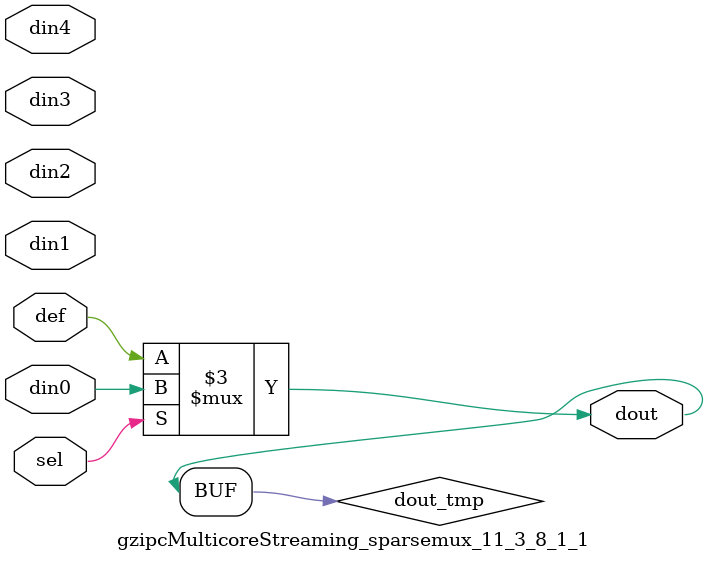
<source format=v>
`timescale 1ns / 1ps

module gzipcMulticoreStreaming_sparsemux_11_3_8_1_1 (din0,din1,din2,din3,din4,def,sel,dout);

parameter din0_WIDTH = 1;

parameter din1_WIDTH = 1;

parameter din2_WIDTH = 1;

parameter din3_WIDTH = 1;

parameter din4_WIDTH = 1;

parameter def_WIDTH = 1;
parameter sel_WIDTH = 1;
parameter dout_WIDTH = 1;

parameter [sel_WIDTH-1:0] CASE0 = 1;

parameter [sel_WIDTH-1:0] CASE1 = 1;

parameter [sel_WIDTH-1:0] CASE2 = 1;

parameter [sel_WIDTH-1:0] CASE3 = 1;

parameter [sel_WIDTH-1:0] CASE4 = 1;

parameter ID = 1;
parameter NUM_STAGE = 1;



input [din0_WIDTH-1:0] din0;

input [din1_WIDTH-1:0] din1;

input [din2_WIDTH-1:0] din2;

input [din3_WIDTH-1:0] din3;

input [din4_WIDTH-1:0] din4;

input [def_WIDTH-1:0] def;
input [sel_WIDTH-1:0] sel;

output [dout_WIDTH-1:0] dout;



reg [dout_WIDTH-1:0] dout_tmp;


always @ (*) begin
(* parallel_case *) case (sel)
    
    CASE0 : dout_tmp = din0;
    
    CASE1 : dout_tmp = din1;
    
    CASE2 : dout_tmp = din2;
    
    CASE3 : dout_tmp = din3;
    
    CASE4 : dout_tmp = din4;
    
    default : dout_tmp = def;
endcase
end


assign dout = dout_tmp;



endmodule

</source>
